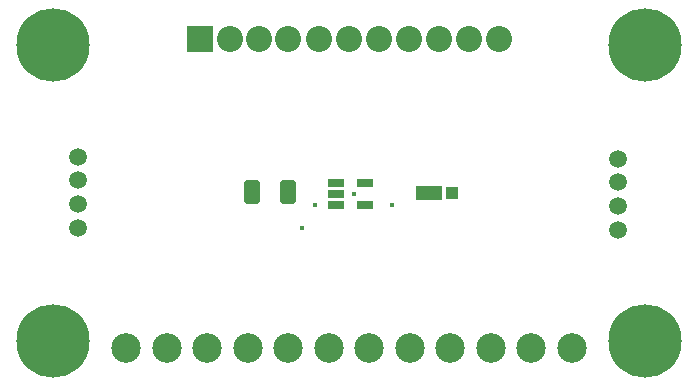
<source format=gts>
G04 Layer_Color=8388736*
%FSLAX25Y25*%
%MOIN*%
G70*
G01*
G75*
%ADD30R,0.05524X0.03162*%
%ADD31R,0.03950X0.03950*%
%ADD32R,0.08674X0.05131*%
G04:AMPARAMS|DCode=33|XSize=78.87mil|YSize=53.28mil|CornerRadius=9.66mil|HoleSize=0mil|Usage=FLASHONLY|Rotation=90.000|XOffset=0mil|YOffset=0mil|HoleType=Round|Shape=RoundedRectangle|*
%AMROUNDEDRECTD33*
21,1,0.07887,0.03396,0,0,90.0*
21,1,0.05955,0.05328,0,0,90.0*
1,1,0.01932,0.01698,0.02977*
1,1,0.01932,0.01698,-0.02977*
1,1,0.01932,-0.01698,-0.02977*
1,1,0.01932,-0.01698,0.02977*
%
%ADD33ROUNDEDRECTD33*%
%ADD34C,0.09855*%
%ADD35C,0.03162*%
%ADD36C,0.24422*%
%ADD37C,0.05918*%
%ADD38C,0.08674*%
%ADD39R,0.08674X0.08674*%
%ADD40C,0.01575*%
D30*
X114000Y72500D02*
D03*
Y68760D02*
D03*
Y65020D02*
D03*
X123449D02*
D03*
Y72500D02*
D03*
D31*
X152487Y68947D02*
D03*
D32*
X145007D02*
D03*
D33*
X86077Y69229D02*
D03*
X97888D02*
D03*
D34*
X192500Y17500D02*
D03*
X179000D02*
D03*
X165500D02*
D03*
X152000D02*
D03*
X138500D02*
D03*
X125000D02*
D03*
X111500D02*
D03*
X98000D02*
D03*
X84500D02*
D03*
X71000D02*
D03*
X57500D02*
D03*
X44000D02*
D03*
D35*
X12975Y111862D02*
D03*
X10490Y118380D02*
D03*
X13127Y124771D02*
D03*
X19671Y127460D02*
D03*
X26112Y124923D02*
D03*
X28824Y118281D02*
D03*
X26112Y111913D02*
D03*
X19673Y109180D02*
D03*
X216803D02*
D03*
X223242Y111913D02*
D03*
X225954Y118281D02*
D03*
X223242Y124923D02*
D03*
X216800Y127460D02*
D03*
X210257Y124771D02*
D03*
X207620Y118380D02*
D03*
X210105Y111862D02*
D03*
X216803Y10551D02*
D03*
X223242Y13283D02*
D03*
X225954Y19651D02*
D03*
X223242Y26294D02*
D03*
X216800Y28830D02*
D03*
X210257Y26141D02*
D03*
X207620Y19750D02*
D03*
X210105Y13232D02*
D03*
X19673Y10551D02*
D03*
X26112Y13283D02*
D03*
X28824Y19651D02*
D03*
X26112Y26294D02*
D03*
X19671Y28830D02*
D03*
X13127Y26141D02*
D03*
X10490Y19750D02*
D03*
X12975Y13232D02*
D03*
D36*
X19685Y118315D02*
D03*
X216815D02*
D03*
Y19685D02*
D03*
X19685D02*
D03*
D37*
X28009Y81113D02*
D03*
Y73239D02*
D03*
Y57491D02*
D03*
Y65365D02*
D03*
X207991Y56887D02*
D03*
Y64761D02*
D03*
Y80509D02*
D03*
Y72635D02*
D03*
D38*
X158205Y120472D02*
D03*
X148205D02*
D03*
X138205D02*
D03*
X128205D02*
D03*
X78520D02*
D03*
X88205D02*
D03*
X98048D02*
D03*
X108205D02*
D03*
X118205D02*
D03*
X168205D02*
D03*
D39*
X68520D02*
D03*
D40*
X106964Y64964D02*
D03*
X120000Y68760D02*
D03*
X102444Y57444D02*
D03*
X132464Y64964D02*
D03*
M02*

</source>
